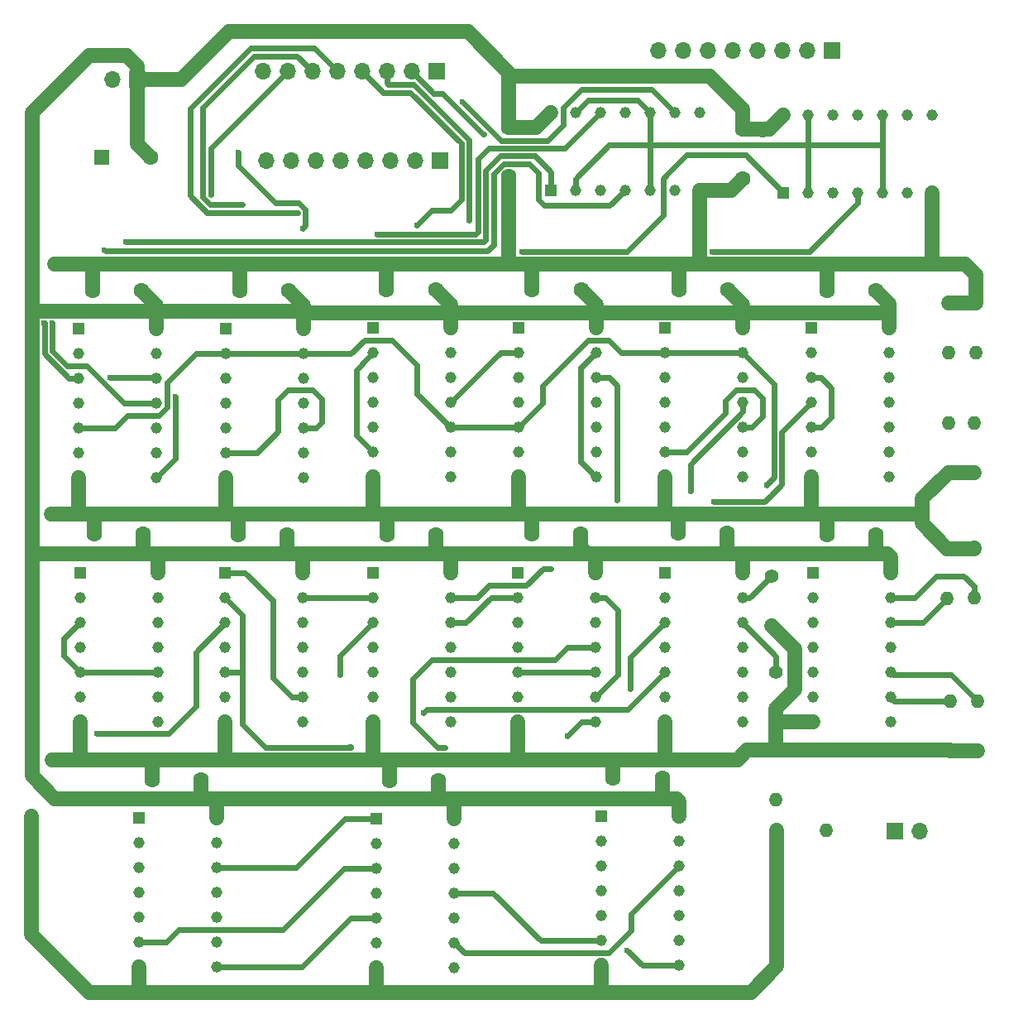
<source format=gtl>
G04 #@! TF.GenerationSoftware,KiCad,Pcbnew,6.0.11*
G04 #@! TF.CreationDate,2023-02-03T23:15:02+03:00*
G04 #@! TF.ProjectId,sum-diff-device,73756d2d-6469-4666-962d-646576696365,rev?*
G04 #@! TF.SameCoordinates,Original*
G04 #@! TF.FileFunction,Copper,L1,Top*
G04 #@! TF.FilePolarity,Positive*
%FSLAX46Y46*%
G04 Gerber Fmt 4.6, Leading zero omitted, Abs format (unit mm)*
G04 Created by KiCad (PCBNEW 6.0.11) date 2023-02-03 23:15:02*
%MOMM*%
%LPD*%
G01*
G04 APERTURE LIST*
G04 #@! TA.AperFunction,ComponentPad*
%ADD10C,1.600000*%
G04 #@! TD*
G04 #@! TA.AperFunction,ComponentPad*
%ADD11R,1.170000X1.170000*%
G04 #@! TD*
G04 #@! TA.AperFunction,ComponentPad*
%ADD12C,1.170000*%
G04 #@! TD*
G04 #@! TA.AperFunction,ComponentPad*
%ADD13C,1.400000*%
G04 #@! TD*
G04 #@! TA.AperFunction,ComponentPad*
%ADD14O,1.400000X1.400000*%
G04 #@! TD*
G04 #@! TA.AperFunction,ComponentPad*
%ADD15R,1.700000X1.700000*%
G04 #@! TD*
G04 #@! TA.AperFunction,ComponentPad*
%ADD16O,1.700000X1.700000*%
G04 #@! TD*
G04 #@! TA.AperFunction,ComponentPad*
%ADD17R,1.600000X1.600000*%
G04 #@! TD*
G04 #@! TA.AperFunction,ViaPad*
%ADD18C,1.000000*%
G04 #@! TD*
G04 #@! TA.AperFunction,ViaPad*
%ADD19C,0.600000*%
G04 #@! TD*
G04 #@! TA.AperFunction,Conductor*
%ADD20C,1.500000*%
G04 #@! TD*
G04 #@! TA.AperFunction,Conductor*
%ADD21C,0.600000*%
G04 #@! TD*
G04 APERTURE END LIST*
D10*
X251130000Y-240340000D03*
X256130000Y-240340000D03*
D11*
X204752500Y-219330000D03*
D12*
X204752500Y-221870000D03*
X204752500Y-224410000D03*
X204752500Y-226950000D03*
X204752500Y-229490000D03*
X204752500Y-232030000D03*
X204752500Y-234570000D03*
X212692500Y-234570000D03*
X212692500Y-232030000D03*
X212692500Y-229490000D03*
X212692500Y-226950000D03*
X212692500Y-224410000D03*
X212692500Y-221870000D03*
X212692500Y-219330000D03*
D10*
X259460000Y-265320000D03*
X264460000Y-265320000D03*
D13*
X296420000Y-241810000D03*
D14*
X296420000Y-246890000D03*
D13*
X293940000Y-262500000D03*
D14*
X293940000Y-257420000D03*
D11*
X276870000Y-205447500D03*
D12*
X279410000Y-205447500D03*
X281950000Y-205447500D03*
X284490000Y-205447500D03*
X287030000Y-205447500D03*
X289570000Y-205447500D03*
X292110000Y-205447500D03*
X292110000Y-197507500D03*
X289570000Y-197507500D03*
X287030000Y-197507500D03*
X284490000Y-197507500D03*
X281950000Y-197507500D03*
X279410000Y-197507500D03*
X276870000Y-197507500D03*
D13*
X276060000Y-262470000D03*
D14*
X276060000Y-267550000D03*
D11*
X210930000Y-269390000D03*
D12*
X210930000Y-271930000D03*
X210930000Y-274470000D03*
X210930000Y-277010000D03*
X210930000Y-279550000D03*
X210930000Y-282090000D03*
X210930000Y-284630000D03*
X218870000Y-284630000D03*
X218870000Y-282090000D03*
X218870000Y-279550000D03*
X218870000Y-277010000D03*
X218870000Y-274470000D03*
X218870000Y-271930000D03*
X218870000Y-269390000D03*
D11*
X249742500Y-219280000D03*
D12*
X249742500Y-221820000D03*
X249742500Y-224360000D03*
X249742500Y-226900000D03*
X249742500Y-229440000D03*
X249742500Y-231980000D03*
X249742500Y-234520000D03*
X257682500Y-234520000D03*
X257682500Y-231980000D03*
X257682500Y-229440000D03*
X257682500Y-226900000D03*
X257682500Y-224360000D03*
X257682500Y-221820000D03*
X257682500Y-219280000D03*
D13*
X296770000Y-262550000D03*
D14*
X296770000Y-257470000D03*
D11*
X279892500Y-244330000D03*
D12*
X279892500Y-246870000D03*
X279892500Y-249410000D03*
X279892500Y-251950000D03*
X279892500Y-254490000D03*
X279892500Y-257030000D03*
X279892500Y-259570000D03*
X287832500Y-259570000D03*
X287832500Y-257030000D03*
X287832500Y-254490000D03*
X287832500Y-251950000D03*
X287832500Y-249410000D03*
X287832500Y-246870000D03*
X287832500Y-244330000D03*
D10*
X236310000Y-240400000D03*
X241310000Y-240400000D03*
X206290000Y-240370000D03*
X211290000Y-240370000D03*
D11*
X234842500Y-244330000D03*
D12*
X234842500Y-246870000D03*
X234842500Y-249410000D03*
X234842500Y-251950000D03*
X234842500Y-254490000D03*
X234842500Y-257030000D03*
X234842500Y-259570000D03*
X242782500Y-259570000D03*
X242782500Y-257030000D03*
X242782500Y-254490000D03*
X242782500Y-251950000D03*
X242782500Y-249410000D03*
X242782500Y-246870000D03*
X242782500Y-244330000D03*
D13*
X293640000Y-241830000D03*
D14*
X293640000Y-246910000D03*
D10*
X251160000Y-215400000D03*
X256160000Y-215400000D03*
D13*
X275640000Y-244620000D03*
D14*
X275640000Y-249700000D03*
D13*
X296600000Y-216710000D03*
D14*
X296600000Y-221790000D03*
D10*
X206200000Y-215470000D03*
X211200000Y-215470000D03*
D15*
X241345000Y-193030000D03*
D16*
X238805000Y-193030000D03*
X236265000Y-193030000D03*
X233725000Y-193030000D03*
X231185000Y-193030000D03*
X228645000Y-193030000D03*
X226105000Y-193030000D03*
X223565000Y-193030000D03*
D10*
X281380000Y-215440000D03*
X286380000Y-215440000D03*
D13*
X296450000Y-234070000D03*
D14*
X296450000Y-228990000D03*
D11*
X279780000Y-219280000D03*
D12*
X279780000Y-221820000D03*
X279780000Y-224360000D03*
X279780000Y-226900000D03*
X279780000Y-229440000D03*
X279780000Y-231980000D03*
X279780000Y-234520000D03*
X287720000Y-234520000D03*
X287720000Y-231980000D03*
X287720000Y-229440000D03*
X287720000Y-226900000D03*
X287720000Y-224360000D03*
X287720000Y-221820000D03*
X287720000Y-219280000D03*
D13*
X293810000Y-216700000D03*
D14*
X293810000Y-221780000D03*
D10*
X212270000Y-265520000D03*
X217270000Y-265520000D03*
D15*
X281845000Y-190860000D03*
D16*
X279305000Y-190860000D03*
X276765000Y-190860000D03*
X274225000Y-190860000D03*
X271685000Y-190860000D03*
X269145000Y-190860000D03*
X266605000Y-190860000D03*
X264065000Y-190860000D03*
D10*
X272710000Y-203980000D03*
X272710000Y-198980000D03*
D11*
X253050000Y-205200000D03*
D12*
X255590000Y-205200000D03*
X258130000Y-205200000D03*
X260670000Y-205200000D03*
X263210000Y-205200000D03*
X265750000Y-205200000D03*
X268290000Y-205200000D03*
X268290000Y-197260000D03*
X265750000Y-197260000D03*
X263210000Y-197260000D03*
X260670000Y-197260000D03*
X258130000Y-197260000D03*
X255590000Y-197260000D03*
X253050000Y-197260000D03*
D10*
X221210000Y-215440000D03*
X226210000Y-215440000D03*
X236260000Y-215370000D03*
X241260000Y-215370000D03*
D11*
X235240000Y-269450000D03*
D12*
X235240000Y-271990000D03*
X235240000Y-274530000D03*
X235240000Y-277070000D03*
X235240000Y-279610000D03*
X235240000Y-282150000D03*
X235240000Y-284690000D03*
X243180000Y-284690000D03*
X243180000Y-282150000D03*
X243180000Y-279610000D03*
X243180000Y-277070000D03*
X243180000Y-274530000D03*
X243180000Y-271990000D03*
X243180000Y-269450000D03*
D15*
X210720000Y-193880000D03*
D16*
X208180000Y-193880000D03*
D13*
X293760000Y-234050000D03*
D14*
X293760000Y-228970000D03*
D11*
X258240000Y-269220000D03*
D12*
X258240000Y-271760000D03*
X258240000Y-274300000D03*
X258240000Y-276840000D03*
X258240000Y-279380000D03*
X258240000Y-281920000D03*
X258240000Y-284460000D03*
X266180000Y-284460000D03*
X266180000Y-281920000D03*
X266180000Y-279380000D03*
X266180000Y-276840000D03*
X266180000Y-274300000D03*
X266180000Y-271760000D03*
X266180000Y-269220000D03*
D13*
X276220000Y-270610000D03*
D14*
X281300000Y-270610000D03*
D10*
X266160000Y-215350000D03*
X271160000Y-215350000D03*
X281370000Y-240420000D03*
X286370000Y-240420000D03*
X248780000Y-203790000D03*
X248780000Y-198790000D03*
D11*
X219780000Y-219330000D03*
D12*
X219780000Y-221870000D03*
X219780000Y-224410000D03*
X219780000Y-226950000D03*
X219780000Y-229490000D03*
X219780000Y-232030000D03*
X219780000Y-234570000D03*
X227720000Y-234570000D03*
X227720000Y-232030000D03*
X227720000Y-229490000D03*
X227720000Y-226950000D03*
X227720000Y-224410000D03*
X227720000Y-221870000D03*
X227720000Y-219330000D03*
D10*
X266070000Y-240250000D03*
X271070000Y-240250000D03*
D11*
X234842500Y-219280000D03*
D12*
X234842500Y-221820000D03*
X234842500Y-224360000D03*
X234842500Y-226900000D03*
X234842500Y-229440000D03*
X234842500Y-231980000D03*
X234842500Y-234520000D03*
X242782500Y-234520000D03*
X242782500Y-231980000D03*
X242782500Y-229440000D03*
X242782500Y-226900000D03*
X242782500Y-224360000D03*
X242782500Y-221820000D03*
X242782500Y-219280000D03*
D11*
X219730000Y-244330000D03*
D12*
X219730000Y-246870000D03*
X219730000Y-249410000D03*
X219730000Y-251950000D03*
X219730000Y-254490000D03*
X219730000Y-257030000D03*
X219730000Y-259570000D03*
X227670000Y-259570000D03*
X227670000Y-257030000D03*
X227670000Y-254490000D03*
X227670000Y-251950000D03*
X227670000Y-249410000D03*
X227670000Y-246870000D03*
X227670000Y-244330000D03*
D15*
X241685000Y-202120000D03*
D16*
X239145000Y-202120000D03*
X236605000Y-202120000D03*
X234065000Y-202120000D03*
X231525000Y-202120000D03*
X228985000Y-202120000D03*
X226445000Y-202120000D03*
X223905000Y-202120000D03*
D13*
X276110000Y-254450000D03*
D14*
X276110000Y-259530000D03*
D11*
X264792500Y-219280000D03*
D12*
X264792500Y-221820000D03*
X264792500Y-224360000D03*
X264792500Y-226900000D03*
X264792500Y-229440000D03*
X264792500Y-231980000D03*
X264792500Y-234520000D03*
X272732500Y-234520000D03*
X272732500Y-231980000D03*
X272732500Y-229440000D03*
X272732500Y-226900000D03*
X272732500Y-224360000D03*
X272732500Y-221820000D03*
X272732500Y-219280000D03*
D15*
X288260000Y-270705000D03*
D16*
X290800000Y-270705000D03*
D17*
X207097349Y-201820000D03*
D10*
X212097349Y-201820000D03*
X221050000Y-240410000D03*
X226050000Y-240410000D03*
X236540000Y-265530000D03*
X241540000Y-265530000D03*
D11*
X264730000Y-244330000D03*
D12*
X264730000Y-246870000D03*
X264730000Y-249410000D03*
X264730000Y-251950000D03*
X264730000Y-254490000D03*
X264730000Y-257030000D03*
X264730000Y-259570000D03*
X272670000Y-259570000D03*
X272670000Y-257030000D03*
X272670000Y-254490000D03*
X272670000Y-251950000D03*
X272670000Y-249410000D03*
X272670000Y-246870000D03*
X272670000Y-244330000D03*
D11*
X204880000Y-244280000D03*
D12*
X204880000Y-246820000D03*
X204880000Y-249360000D03*
X204880000Y-251900000D03*
X204880000Y-254440000D03*
X204880000Y-256980000D03*
X204880000Y-259520000D03*
X212820000Y-259520000D03*
X212820000Y-256980000D03*
X212820000Y-254440000D03*
X212820000Y-251900000D03*
X212820000Y-249360000D03*
X212820000Y-246820000D03*
X212820000Y-244280000D03*
D11*
X249680000Y-244280000D03*
D12*
X249680000Y-246820000D03*
X249680000Y-249360000D03*
X249680000Y-251900000D03*
X249680000Y-254440000D03*
X249680000Y-256980000D03*
X249680000Y-259520000D03*
X257620000Y-259520000D03*
X257620000Y-256980000D03*
X257620000Y-254440000D03*
X257620000Y-251900000D03*
X257620000Y-249360000D03*
X257620000Y-246820000D03*
X257620000Y-244280000D03*
D18*
X201900000Y-238300000D03*
X199890000Y-269210000D03*
X202240000Y-212730000D03*
X202060000Y-263420000D03*
D19*
X275129418Y-235320082D03*
X201209500Y-218779500D03*
X209569315Y-210469315D03*
X214640000Y-226290000D03*
X207350000Y-211269315D03*
X202010000Y-218790000D03*
X207910000Y-224330000D03*
X227639668Y-209080332D03*
X244010685Y-196169315D03*
X221080000Y-201300000D03*
X232610000Y-262140000D03*
X235330000Y-209669815D03*
X253110000Y-243860000D03*
X250090000Y-211480000D03*
X269540000Y-211450000D03*
X259860000Y-236880000D03*
X267370000Y-235970000D03*
X269750000Y-237050000D03*
X206560000Y-260780000D03*
X231490000Y-254700000D03*
X254760000Y-261000000D03*
X242270000Y-262180000D03*
X261220000Y-256150000D03*
X260880000Y-282900000D03*
X246170000Y-199439336D03*
X240000000Y-258650000D03*
X244680000Y-208230000D03*
X239329500Y-208770500D03*
X227140000Y-207450000D03*
X221520000Y-206650000D03*
X218270000Y-205610000D03*
D20*
X221310000Y-212730000D02*
X236720000Y-212730000D01*
X212670000Y-263430000D02*
X219740000Y-263430000D01*
X236720000Y-212730000D02*
X248630000Y-212730000D01*
X219740000Y-263430000D02*
X219730000Y-263420000D01*
X272170000Y-263430000D02*
X273130000Y-262470000D01*
X296430000Y-234050000D02*
X296450000Y-234070000D01*
X251350000Y-212730000D02*
X251160000Y-212920000D01*
X279852500Y-259530000D02*
X279892500Y-259570000D01*
X264600000Y-238300000D02*
X266400000Y-238300000D01*
X259460000Y-263950000D02*
X259460000Y-265320000D01*
X234970000Y-238300000D02*
X236400000Y-238300000D01*
X206290000Y-238400000D02*
X206290000Y-240370000D01*
X201900000Y-238300000D02*
X204610000Y-238300000D01*
X258940000Y-263430000D02*
X259460000Y-263950000D01*
X266400000Y-238300000D02*
X279580000Y-238300000D01*
X205000000Y-263430000D02*
X204880000Y-263310000D01*
X293760000Y-234050000D02*
X296430000Y-234050000D01*
X206190000Y-238300000D02*
X206290000Y-238400000D01*
X205000000Y-263430000D02*
X212670000Y-263430000D01*
X212270000Y-263830000D02*
X212270000Y-265520000D01*
X276060000Y-262470000D02*
X276060000Y-259580000D01*
X236310000Y-238390000D02*
X236310000Y-240400000D01*
X276110000Y-259530000D02*
X276110000Y-258190000D01*
X296600000Y-216710000D02*
X293820000Y-216710000D01*
X291090000Y-238300000D02*
X291110000Y-238320000D01*
X276060000Y-262470000D02*
X293910000Y-262470000D01*
X219730000Y-263420000D02*
X219730000Y-259570000D01*
X292110000Y-212720000D02*
X292110000Y-205447500D01*
X291110000Y-238320000D02*
X291110000Y-236700000D01*
X199890000Y-281280000D02*
X205830000Y-287220000D01*
X295470000Y-212730000D02*
X296600000Y-213860000D01*
X234842500Y-238172500D02*
X234842500Y-234520000D01*
X276060000Y-259580000D02*
X276110000Y-259530000D01*
X250990000Y-238300000D02*
X264600000Y-238300000D01*
X220630000Y-238300000D02*
X234970000Y-238300000D01*
X293640000Y-241830000D02*
X296400000Y-241830000D01*
X268230000Y-212730000D02*
X281160000Y-212730000D01*
X268290000Y-205200000D02*
X271490000Y-205200000D01*
X292120000Y-212730000D02*
X295470000Y-212730000D01*
X251160000Y-212920000D02*
X251160000Y-215400000D01*
X276110000Y-259530000D02*
X279852500Y-259530000D01*
X221210000Y-212830000D02*
X221210000Y-215440000D01*
X291090000Y-238300000D02*
X291090000Y-239280000D01*
X248630000Y-212730000D02*
X248780000Y-212580000D01*
X266330000Y-212730000D02*
X266160000Y-212900000D01*
X258150000Y-287220000D02*
X258240000Y-287130000D01*
X235240000Y-286880000D02*
X235240000Y-284690000D01*
X248630000Y-212730000D02*
X251350000Y-212730000D01*
X235580000Y-287220000D02*
X235240000Y-286880000D01*
X279580000Y-238300000D02*
X281670000Y-238300000D01*
X221050000Y-238720000D02*
X221050000Y-240410000D01*
X210590000Y-287220000D02*
X235580000Y-287220000D01*
X268290000Y-212670000D02*
X268290000Y-205200000D01*
X204880000Y-263310000D02*
X204880000Y-259520000D01*
X221310000Y-212730000D02*
X221210000Y-212830000D01*
X273130000Y-262470000D02*
X276060000Y-262470000D01*
X204610000Y-238300000D02*
X206190000Y-238300000D01*
X204752500Y-238157500D02*
X204752500Y-234570000D01*
X219780000Y-238300000D02*
X219780000Y-234570000D01*
X264390000Y-263430000D02*
X264730000Y-263090000D01*
X210930000Y-286880000D02*
X210930000Y-284630000D01*
X235040000Y-263430000D02*
X237050000Y-263430000D01*
X279780000Y-238100000D02*
X279780000Y-234520000D01*
X276220000Y-284560000D02*
X276220000Y-270610000D01*
X258940000Y-263430000D02*
X264390000Y-263430000D01*
X234842500Y-263232500D02*
X234842500Y-259570000D01*
X205830000Y-287220000D02*
X210590000Y-287220000D01*
X202240000Y-212730000D02*
X206450000Y-212730000D01*
X273560000Y-287220000D02*
X276220000Y-284560000D01*
X296400000Y-241830000D02*
X296420000Y-241810000D01*
X264600000Y-238300000D02*
X264792500Y-238107500D01*
X293820000Y-216710000D02*
X293810000Y-216700000D01*
X206190000Y-238300000D02*
X219780000Y-238300000D01*
X281160000Y-212730000D02*
X281380000Y-212950000D01*
X236720000Y-212730000D02*
X236260000Y-213190000D01*
X249750000Y-263430000D02*
X258940000Y-263430000D01*
X206450000Y-212730000D02*
X221310000Y-212730000D01*
X264390000Y-263430000D02*
X272170000Y-263430000D01*
X219780000Y-238300000D02*
X220630000Y-238300000D01*
X291090000Y-239280000D02*
X293640000Y-241830000D01*
X296600000Y-213860000D02*
X296600000Y-216710000D01*
X249680000Y-263360000D02*
X249680000Y-259520000D01*
X249700000Y-238300000D02*
X250990000Y-238300000D01*
X250990000Y-238300000D02*
X251130000Y-238440000D01*
X271490000Y-205200000D02*
X272710000Y-203980000D01*
X266330000Y-212730000D02*
X268230000Y-212730000D01*
X278080000Y-256220000D02*
X278080000Y-252140000D01*
X276110000Y-258190000D02*
X278080000Y-256220000D01*
X210590000Y-287220000D02*
X210930000Y-286880000D01*
X236260000Y-213190000D02*
X236260000Y-215370000D01*
X219740000Y-263430000D02*
X235040000Y-263430000D01*
X266070000Y-238630000D02*
X266070000Y-240250000D01*
X291110000Y-236700000D02*
X293760000Y-234050000D01*
X266400000Y-238300000D02*
X266070000Y-238630000D01*
X234970000Y-238300000D02*
X234842500Y-238172500D01*
X292120000Y-212730000D02*
X292110000Y-212720000D01*
X235040000Y-263430000D02*
X234842500Y-263232500D01*
X199890000Y-269210000D02*
X199890000Y-281280000D01*
X281380000Y-212950000D02*
X281380000Y-215440000D01*
X264792500Y-238107500D02*
X264792500Y-234520000D01*
X264730000Y-263090000D02*
X264730000Y-259570000D01*
X212670000Y-263430000D02*
X212270000Y-263830000D01*
X236400000Y-238300000D02*
X236310000Y-238390000D01*
X204610000Y-238300000D02*
X204752500Y-238157500D01*
X293940000Y-262500000D02*
X296720000Y-262500000D01*
X281370000Y-238600000D02*
X281370000Y-240420000D01*
X206200000Y-212980000D02*
X206200000Y-215470000D01*
X296720000Y-262500000D02*
X296770000Y-262550000D01*
X279580000Y-238300000D02*
X279780000Y-238100000D01*
X249700000Y-238300000D02*
X249742500Y-238257500D01*
X266160000Y-212900000D02*
X266160000Y-215350000D01*
X235580000Y-287220000D02*
X258150000Y-287220000D01*
X236400000Y-238300000D02*
X249700000Y-238300000D01*
X202050000Y-263430000D02*
X205000000Y-263430000D01*
X248780000Y-212580000D02*
X248780000Y-203790000D01*
X281160000Y-212730000D02*
X292120000Y-212730000D01*
X237050000Y-263430000D02*
X249750000Y-263430000D01*
X249742500Y-238257500D02*
X249742500Y-234520000D01*
X258150000Y-287220000D02*
X273560000Y-287220000D01*
X251130000Y-238440000D02*
X251130000Y-240340000D01*
X251350000Y-212730000D02*
X266330000Y-212730000D01*
X206450000Y-212730000D02*
X206200000Y-212980000D01*
X281670000Y-238300000D02*
X291090000Y-238300000D01*
X258240000Y-287130000D02*
X258240000Y-284460000D01*
X268230000Y-212730000D02*
X268290000Y-212670000D01*
X281670000Y-238300000D02*
X281370000Y-238600000D01*
X220630000Y-238300000D02*
X221050000Y-238720000D01*
X249750000Y-263430000D02*
X249680000Y-263360000D01*
X237050000Y-263430000D02*
X236540000Y-263940000D01*
X278080000Y-252140000D02*
X275640000Y-249700000D01*
X236540000Y-263940000D02*
X236540000Y-265530000D01*
X293910000Y-262470000D02*
X293940000Y-262500000D01*
X220140000Y-188980000D02*
X244570000Y-188980000D01*
X257682500Y-216922500D02*
X256160000Y-215400000D01*
X275397500Y-198980000D02*
X276870000Y-197507500D01*
X257620000Y-242530000D02*
X257790000Y-242360000D01*
X209620000Y-191370000D02*
X205840000Y-191370000D01*
X272732500Y-216922500D02*
X271160000Y-215350000D01*
X257682500Y-219280000D02*
X257682500Y-218167500D01*
X226050000Y-242180000D02*
X225870000Y-242360000D01*
X286200000Y-242360000D02*
X287500000Y-242360000D01*
X243180000Y-269450000D02*
X243180000Y-267510000D01*
X257790000Y-242360000D02*
X271030000Y-242360000D01*
X242782500Y-244330000D02*
X242782500Y-242647500D01*
X272450000Y-242360000D02*
X286200000Y-242360000D01*
X242782500Y-216892500D02*
X241260000Y-215370000D01*
X212465000Y-217530000D02*
X212692500Y-217302500D01*
X248780000Y-195040000D02*
X248780000Y-198790000D01*
X228010000Y-242360000D02*
X241590000Y-242360000D01*
X227420000Y-217530000D02*
X227720000Y-217830000D01*
X227670000Y-244330000D02*
X227670000Y-242700000D01*
X265960000Y-267430000D02*
X266180000Y-267650000D01*
X257620000Y-244280000D02*
X257620000Y-242530000D01*
X272670000Y-244330000D02*
X272670000Y-242580000D01*
X212692500Y-216962500D02*
X211200000Y-215470000D01*
X248780000Y-193190000D02*
X248780000Y-195040000D01*
X215240000Y-193880000D02*
X220140000Y-188980000D01*
X199960000Y-217530000D02*
X199960000Y-242360000D01*
X211290000Y-242300000D02*
X211350000Y-242360000D01*
X257260000Y-217745000D02*
X257682500Y-218167500D01*
X256130000Y-240340000D02*
X256130000Y-241710000D01*
X244570000Y-188980000D02*
X248780000Y-193190000D01*
X227720000Y-219330000D02*
X227720000Y-217830000D01*
X286370000Y-242190000D02*
X286200000Y-242360000D01*
X210720000Y-192470000D02*
X209620000Y-191370000D01*
X212820000Y-244280000D02*
X212820000Y-242450000D01*
X227720000Y-217830000D02*
X227720000Y-216950000D01*
X256005000Y-217745000D02*
X270845000Y-217745000D01*
X243070000Y-242360000D02*
X256780000Y-242360000D01*
X216960000Y-267430000D02*
X219300000Y-267430000D01*
X274772651Y-199052651D02*
X274700000Y-198980000D01*
X210720000Y-193880000D02*
X210720000Y-200442651D01*
X287720000Y-219280000D02*
X287720000Y-217810000D01*
X210720000Y-200442651D02*
X212097349Y-201820000D01*
X227805000Y-217745000D02*
X242300000Y-217745000D01*
X274700000Y-198980000D02*
X272710000Y-198980000D01*
X210720000Y-193880000D02*
X215240000Y-193880000D01*
X248780000Y-198790000D02*
X251520000Y-198790000D01*
X270845000Y-217745000D02*
X287655000Y-217745000D01*
X241310000Y-240400000D02*
X241310000Y-242080000D01*
X199960000Y-265100000D02*
X202290000Y-267430000D01*
X242782500Y-242647500D02*
X243070000Y-242360000D01*
X242300000Y-217745000D02*
X242782500Y-218227500D01*
X199960000Y-242360000D02*
X211350000Y-242360000D01*
X211350000Y-242360000D02*
X212910000Y-242360000D01*
X287510000Y-242350000D02*
X287832500Y-242672500D01*
X270845000Y-217745000D02*
X272545000Y-217745000D01*
X217270000Y-267120000D02*
X216960000Y-267430000D01*
X212692500Y-217302500D02*
X212692500Y-216962500D01*
X219300000Y-267430000D02*
X241730000Y-267430000D01*
X199960000Y-242360000D02*
X199960000Y-265100000D01*
X274700000Y-198980000D02*
X275397500Y-198980000D01*
X287720000Y-216780000D02*
X286380000Y-215440000D01*
X272670000Y-242580000D02*
X272450000Y-242360000D01*
X199960000Y-213840000D02*
X199960000Y-217530000D01*
X286370000Y-240420000D02*
X286370000Y-242190000D01*
X199960000Y-197250000D02*
X199960000Y-211630000D01*
X242782500Y-218227500D02*
X242782500Y-216892500D01*
X248480000Y-192960000D02*
X249060000Y-193540000D01*
X256130000Y-241710000D02*
X256780000Y-242360000D01*
X202290000Y-267430000D02*
X216960000Y-267430000D01*
X227720000Y-216950000D02*
X226210000Y-215440000D01*
X211290000Y-240370000D02*
X211290000Y-242300000D01*
X226050000Y-240410000D02*
X226050000Y-242180000D01*
X227670000Y-242700000D02*
X228010000Y-242360000D01*
X243100000Y-267430000D02*
X264760000Y-267430000D01*
X241310000Y-242080000D02*
X241590000Y-242360000D01*
X264460000Y-265320000D02*
X264460000Y-267130000D01*
X287655000Y-217745000D02*
X287720000Y-217810000D01*
X218870000Y-269390000D02*
X218870000Y-267860000D01*
X199960000Y-211630000D02*
X199960000Y-213840000D01*
X249060000Y-193540000D02*
X269310000Y-193540000D01*
X272732500Y-217932500D02*
X272732500Y-216922500D01*
X251520000Y-198790000D02*
X253050000Y-197260000D01*
X271070000Y-240250000D02*
X271070000Y-242320000D01*
X217270000Y-265520000D02*
X217270000Y-267120000D01*
X242782500Y-219280000D02*
X242782500Y-218227500D01*
X287832500Y-242672500D02*
X287832500Y-244330000D01*
X272545000Y-217745000D02*
X272732500Y-217932500D01*
X218870000Y-267860000D02*
X219300000Y-267430000D01*
X212692500Y-219330000D02*
X212692500Y-217302500D01*
X264460000Y-267130000D02*
X264760000Y-267430000D01*
X212465000Y-217530000D02*
X227420000Y-217530000D01*
X257682500Y-218167500D02*
X257682500Y-216922500D01*
X241590000Y-242360000D02*
X243070000Y-242360000D01*
X242300000Y-217745000D02*
X256005000Y-217745000D01*
X225870000Y-242360000D02*
X228010000Y-242360000D01*
X272710000Y-196940000D02*
X272710000Y-198980000D01*
X256780000Y-242360000D02*
X257790000Y-242360000D01*
X227720000Y-217830000D02*
X227805000Y-217745000D01*
X264760000Y-267430000D02*
X265960000Y-267430000D01*
X212820000Y-242450000D02*
X212910000Y-242360000D01*
X271070000Y-242320000D02*
X271030000Y-242360000D01*
X287720000Y-217810000D02*
X287720000Y-216780000D01*
X272732500Y-219280000D02*
X272732500Y-217932500D01*
X241540000Y-267240000D02*
X241730000Y-267430000D01*
X212910000Y-242360000D02*
X225870000Y-242360000D01*
X205840000Y-191370000D02*
X199960000Y-197250000D01*
X266180000Y-267650000D02*
X266180000Y-269220000D01*
X256005000Y-217745000D02*
X257260000Y-217745000D01*
X243180000Y-267510000D02*
X243100000Y-267430000D01*
X271030000Y-242360000D02*
X272450000Y-242360000D01*
X210720000Y-193880000D02*
X210720000Y-192470000D01*
X287500000Y-242360000D02*
X287510000Y-242350000D01*
X199960000Y-217530000D02*
X212465000Y-217530000D01*
X241540000Y-265530000D02*
X241540000Y-267240000D01*
X269310000Y-193540000D02*
X272710000Y-196940000D01*
X241730000Y-267430000D02*
X243100000Y-267430000D01*
D21*
X213777500Y-227399422D02*
X213777500Y-224862500D01*
X239380000Y-223030000D02*
X239380000Y-226037500D01*
X227720000Y-221870000D02*
X232600000Y-221870000D01*
X249742500Y-229440000D02*
X252180000Y-227002500D01*
X242782500Y-229440000D02*
X249742500Y-229440000D01*
X236840000Y-220490000D02*
X239380000Y-223030000D01*
X204752500Y-229490000D02*
X208480000Y-229490000D01*
X275920000Y-234529500D02*
X275920000Y-225007500D01*
X252180000Y-225200000D02*
X256850000Y-220530000D01*
X260270000Y-221820000D02*
X264792500Y-221820000D01*
X213777500Y-224862500D02*
X216770000Y-221870000D01*
X256850000Y-220530000D02*
X258980000Y-220530000D01*
X275129418Y-235320082D02*
X275920000Y-234529500D01*
X219780000Y-221870000D02*
X227720000Y-221870000D01*
X212966922Y-228210000D02*
X213777500Y-227399422D01*
X252180000Y-227002500D02*
X252180000Y-225200000D01*
X232600000Y-221870000D02*
X233980000Y-220490000D01*
X239380000Y-226037500D02*
X242782500Y-229440000D01*
X233980000Y-220490000D02*
X236840000Y-220490000D01*
X216770000Y-221870000D02*
X219780000Y-221870000D01*
X264792500Y-221820000D02*
X272732500Y-221820000D01*
X209760000Y-228210000D02*
X212966922Y-228210000D01*
X258980000Y-220530000D02*
X260270000Y-221820000D01*
X208480000Y-229490000D02*
X209760000Y-228210000D01*
X275920000Y-225007500D02*
X272732500Y-221820000D01*
X272670000Y-249410000D02*
X276110000Y-252850000D01*
X276110000Y-252850000D02*
X276110000Y-254450000D01*
X273390000Y-246870000D02*
X275640000Y-244620000D01*
X272670000Y-246870000D02*
X273390000Y-246870000D01*
X292550000Y-244640000D02*
X295350000Y-244640000D01*
X290320000Y-246870000D02*
X292550000Y-244640000D01*
X296420000Y-245710000D02*
X296420000Y-246890000D01*
X287832500Y-246870000D02*
X290320000Y-246870000D01*
X295350000Y-244640000D02*
X296420000Y-245710000D01*
X291140000Y-249410000D02*
X293640000Y-246910000D01*
X287832500Y-249410000D02*
X291140000Y-249410000D01*
X294070000Y-254770000D02*
X288112500Y-254770000D01*
X296770000Y-257470000D02*
X294070000Y-254770000D01*
X288112500Y-254770000D02*
X287832500Y-254490000D01*
X293940000Y-257420000D02*
X288222500Y-257420000D01*
X288222500Y-257420000D02*
X287832500Y-257030000D01*
X246410000Y-203148630D02*
X247868630Y-201690000D01*
X253050000Y-203320000D02*
X253050000Y-205200000D01*
X251420000Y-201690000D02*
X253050000Y-203320000D01*
X209569315Y-210469315D02*
X246250685Y-210469315D01*
X203700000Y-224410000D02*
X204752500Y-224410000D01*
X201210000Y-218780000D02*
X201210000Y-221920000D01*
X246250685Y-210469315D02*
X246410000Y-210310000D01*
X247868630Y-201690000D02*
X251420000Y-201690000D01*
X246410000Y-210310000D02*
X246410000Y-203148630D01*
X201209500Y-218779500D02*
X201210000Y-218780000D01*
X201210000Y-221920000D02*
X203700000Y-224410000D01*
X214640000Y-226290000D02*
X214640000Y-232622500D01*
X214640000Y-232622500D02*
X212692500Y-234570000D01*
X251840000Y-203430000D02*
X251840000Y-206160000D01*
X212692500Y-226950000D02*
X209360000Y-226950000D01*
X251840000Y-206160000D02*
X252430000Y-206750000D01*
X207350000Y-211269315D02*
X207500685Y-211420000D01*
X252430000Y-206750000D02*
X259120000Y-206750000D01*
X259120000Y-206750000D02*
X260670000Y-205200000D01*
X209360000Y-226950000D02*
X206860000Y-224450000D01*
X250900000Y-202490000D02*
X251840000Y-203430000D01*
X247210000Y-203480000D02*
X248200000Y-202490000D01*
X202010000Y-221588630D02*
X202010000Y-218790000D01*
X207500685Y-211420000D02*
X246590000Y-211420000D01*
X204140000Y-223130000D02*
X203551370Y-223130000D01*
X202040685Y-221619315D02*
X202010000Y-221588630D01*
X247210000Y-210800000D02*
X247210000Y-203480000D01*
X206860000Y-224450000D02*
X205540000Y-223130000D01*
X248200000Y-202490000D02*
X250900000Y-202490000D01*
X203551370Y-223130000D02*
X202040685Y-221619315D01*
X246590000Y-211420000D02*
X247210000Y-210800000D01*
X205540000Y-223130000D02*
X204140000Y-223130000D01*
X203200000Y-251040000D02*
X204880000Y-249360000D01*
X212612500Y-224330000D02*
X212692500Y-224410000D01*
X203200000Y-252760000D02*
X203200000Y-251040000D01*
X212820000Y-254440000D02*
X204880000Y-254440000D01*
X207910000Y-224330000D02*
X212612500Y-224330000D01*
X204880000Y-254440000D02*
X203200000Y-252760000D01*
X226150000Y-225630000D02*
X228690000Y-225630000D01*
X222980000Y-232030000D02*
X225130000Y-229880000D01*
X229610000Y-228940000D02*
X229060000Y-229490000D01*
X228690000Y-225630000D02*
X229610000Y-226550000D01*
X219780000Y-232030000D02*
X222980000Y-232030000D01*
X229060000Y-229490000D02*
X227720000Y-229490000D01*
X229610000Y-226550000D02*
X229610000Y-228940000D01*
X225130000Y-229880000D02*
X225130000Y-226650000D01*
X225130000Y-226650000D02*
X226150000Y-225630000D01*
X256170000Y-194910000D02*
X254350000Y-196730000D01*
X265750000Y-197260000D02*
X263400000Y-194910000D01*
X227639668Y-209080332D02*
X227940000Y-208780000D01*
X263400000Y-194910000D02*
X256170000Y-194910000D01*
X254350000Y-198510000D02*
X252770000Y-200090000D01*
X224890000Y-206460000D02*
X221080000Y-202650000D01*
X227940000Y-207118629D02*
X227281371Y-206460000D01*
X246501371Y-198639336D02*
X246480706Y-198639336D01*
X227940000Y-208780000D02*
X227940000Y-207118629D01*
X227281371Y-206460000D02*
X224890000Y-206460000D01*
X247952035Y-200090000D02*
X246501371Y-198639336D01*
X252770000Y-200090000D02*
X247952035Y-200090000D01*
X254350000Y-196730000D02*
X254350000Y-198510000D01*
X246480706Y-198639336D02*
X245290000Y-197448630D01*
X245290000Y-197448630D02*
X244010685Y-196169315D01*
X221080000Y-202650000D02*
X221080000Y-201300000D01*
X219730000Y-254490000D02*
X221360000Y-254490000D01*
X223850000Y-262180000D02*
X221480000Y-259810000D01*
X219730000Y-246870000D02*
X221480000Y-248620000D01*
X221480000Y-248620000D02*
X221480000Y-252740000D01*
X221360000Y-254490000D02*
X221480000Y-254610000D01*
X221480000Y-259810000D02*
X221480000Y-254610000D01*
X232610000Y-262140000D02*
X232570000Y-262180000D01*
X232570000Y-262180000D02*
X223850000Y-262180000D01*
X221480000Y-252740000D02*
X221480000Y-254610000D01*
X227670000Y-246870000D02*
X234842500Y-246870000D01*
X233170000Y-230307500D02*
X234842500Y-231980000D01*
X233780000Y-222882500D02*
X233780000Y-223000000D01*
X233170000Y-223610000D02*
X233170000Y-230307500D01*
X234842500Y-221820000D02*
X233780000Y-222882500D01*
X233780000Y-223000000D02*
X233170000Y-223610000D01*
X235330500Y-209669315D02*
X245340685Y-209669315D01*
X254500000Y-200890000D02*
X258130000Y-197260000D01*
X246688630Y-200890000D02*
X254500000Y-200890000D01*
X245610000Y-201968630D02*
X246688630Y-200890000D01*
X245610000Y-209400000D02*
X245610000Y-201968630D01*
X235330000Y-209669815D02*
X235330500Y-209669315D01*
X245340685Y-209669315D02*
X245610000Y-209400000D01*
X242782500Y-226900000D02*
X247702500Y-221980000D01*
X247780000Y-221980000D02*
X247940000Y-221820000D01*
X247702500Y-221980000D02*
X247780000Y-221980000D01*
X247940000Y-221820000D02*
X249742500Y-221820000D01*
X250570000Y-245610000D02*
X246760000Y-245610000D01*
X245500000Y-246870000D02*
X242782500Y-246870000D01*
X253110000Y-243860000D02*
X252320000Y-243860000D01*
X246760000Y-245610000D02*
X245500000Y-246870000D01*
X252320000Y-243860000D02*
X250570000Y-245610000D01*
X261500000Y-210800000D02*
X260820000Y-211480000D01*
X264940000Y-203630000D02*
X264550000Y-204020000D01*
X260820000Y-211480000D02*
X253940000Y-211480000D01*
X264550000Y-207750000D02*
X261500000Y-210800000D01*
X266970000Y-201600000D02*
X264940000Y-203630000D01*
X253940000Y-211480000D02*
X250090000Y-211480000D01*
X273022500Y-201600000D02*
X272020000Y-201600000D01*
X264550000Y-205270000D02*
X264550000Y-207750000D01*
X272020000Y-201600000D02*
X266970000Y-201600000D01*
X276870000Y-205447500D02*
X273022500Y-201600000D01*
X264550000Y-204020000D02*
X264550000Y-205270000D01*
X249680000Y-246820000D02*
X246970000Y-246820000D01*
X244380000Y-249410000D02*
X242782500Y-249410000D01*
X246970000Y-246820000D02*
X244380000Y-249410000D01*
X256150000Y-223352500D02*
X256150000Y-232987500D01*
X257682500Y-221820000D02*
X256150000Y-223352500D01*
X256150000Y-232987500D02*
X257682500Y-234520000D01*
X284490000Y-205447500D02*
X284490000Y-206490000D01*
X281940000Y-209040000D02*
X279530000Y-211450000D01*
X284490000Y-206490000D02*
X281940000Y-209040000D01*
X279530000Y-211450000D02*
X269540000Y-211450000D01*
X259860000Y-236880000D02*
X259870000Y-236870000D01*
X259040000Y-224360000D02*
X257682500Y-224360000D01*
X259870000Y-236870000D02*
X259870000Y-225190000D01*
X259870000Y-225190000D02*
X259040000Y-224360000D01*
X257620000Y-254440000D02*
X249680000Y-254440000D01*
X259900000Y-254700000D02*
X257620000Y-256980000D01*
X259900000Y-248100000D02*
X259900000Y-254700000D01*
X258620000Y-246820000D02*
X259900000Y-248100000D01*
X257620000Y-246820000D02*
X258620000Y-246820000D01*
X274780000Y-226490000D02*
X274780000Y-228330000D01*
X274780000Y-228330000D02*
X273670000Y-229440000D01*
X273670000Y-229440000D02*
X272732500Y-229440000D01*
X266920000Y-231980000D02*
X270900000Y-228000000D01*
X273870000Y-225580000D02*
X274780000Y-226490000D01*
X270900000Y-226680000D02*
X272000000Y-225580000D01*
X264792500Y-231980000D02*
X266920000Y-231980000D01*
X272000000Y-225580000D02*
X273870000Y-225580000D01*
X270900000Y-228000000D02*
X270900000Y-226680000D01*
X267370000Y-233200000D02*
X267370000Y-235970000D01*
X272732500Y-227837500D02*
X267370000Y-233200000D01*
X272732500Y-226900000D02*
X272732500Y-227837500D01*
X280770000Y-229440000D02*
X281770000Y-228440000D01*
X281770000Y-225400000D02*
X280730000Y-224360000D01*
X279780000Y-229440000D02*
X280770000Y-229440000D01*
X280730000Y-224360000D02*
X279780000Y-224360000D01*
X281770000Y-228440000D02*
X281770000Y-225400000D01*
X276720000Y-231320000D02*
X276720000Y-235260000D01*
X275570000Y-236410000D02*
X274930000Y-237050000D01*
X276720000Y-235260000D02*
X275570000Y-236410000D01*
X276720000Y-229960000D02*
X276720000Y-231320000D01*
X279780000Y-226900000D02*
X276720000Y-229960000D01*
X274930000Y-237050000D02*
X269750000Y-237050000D01*
X216730000Y-257980000D02*
X213930000Y-260780000D01*
X216730000Y-252410000D02*
X216730000Y-257980000D01*
X219730000Y-249410000D02*
X216730000Y-252410000D01*
X213930000Y-260780000D02*
X208310000Y-260780000D01*
X208310000Y-260780000D02*
X206560000Y-260780000D01*
X231490000Y-252762500D02*
X231490000Y-254700000D01*
X234842500Y-249410000D02*
X231490000Y-252762500D01*
X256240000Y-259520000D02*
X254760000Y-261000000D01*
X257620000Y-259520000D02*
X256240000Y-259520000D01*
X238930000Y-255130000D02*
X238930000Y-259650000D01*
X253510000Y-253170000D02*
X248800000Y-253170000D01*
X248800000Y-253170000D02*
X240890000Y-253170000D01*
X239530000Y-254530000D02*
X238930000Y-255130000D01*
X254780000Y-251900000D02*
X253910000Y-252770000D01*
X240890000Y-253170000D02*
X239530000Y-254530000D01*
X257620000Y-251900000D02*
X254780000Y-251900000D01*
X253910000Y-252770000D02*
X253510000Y-253170000D01*
X241460000Y-262180000D02*
X242270000Y-262180000D01*
X238930000Y-259650000D02*
X241460000Y-262180000D01*
X261220000Y-256150000D02*
X261220000Y-252920000D01*
X261220000Y-252920000D02*
X264730000Y-249410000D01*
X210930000Y-282090000D02*
X213690000Y-282090000D01*
X214960000Y-280820000D02*
X225610000Y-280820000D01*
X225610000Y-280820000D02*
X231900000Y-274530000D01*
X231900000Y-274530000D02*
X235240000Y-274530000D01*
X213690000Y-282090000D02*
X214960000Y-280820000D01*
X227550000Y-284630000D02*
X232570000Y-279610000D01*
X218870000Y-284630000D02*
X227550000Y-284630000D01*
X232570000Y-279610000D02*
X235240000Y-279610000D01*
X226980000Y-274470000D02*
X232000000Y-269450000D01*
X218870000Y-274470000D02*
X226980000Y-274470000D01*
X232000000Y-269450000D02*
X235240000Y-269450000D01*
X252010000Y-281920000D02*
X258240000Y-281920000D01*
X243180000Y-277070000D02*
X247160000Y-277070000D01*
X247160000Y-277070000D02*
X252010000Y-281920000D01*
X266180000Y-284460000D02*
X262440000Y-284460000D01*
X262440000Y-284460000D02*
X260880000Y-282900000D01*
X266180000Y-274300000D02*
X261310000Y-279170000D01*
X258970000Y-283210000D02*
X244240000Y-283210000D01*
X261310000Y-280870000D02*
X258970000Y-283210000D01*
X244240000Y-283210000D02*
X243180000Y-282150000D01*
X261310000Y-279170000D02*
X261310000Y-280870000D01*
X263250000Y-200590000D02*
X263210000Y-200630000D01*
X279410000Y-200670000D02*
X279410000Y-205447500D01*
X279410000Y-197507500D02*
X279410000Y-200510000D01*
X256900000Y-195950000D02*
X255590000Y-197260000D01*
X261940000Y-195990000D02*
X261940000Y-195950000D01*
X263250000Y-200590000D02*
X279330000Y-200590000D01*
X255590000Y-205200000D02*
X255590000Y-204020000D01*
X279410000Y-200510000D02*
X279330000Y-200590000D01*
X287000000Y-200590000D02*
X287030000Y-200560000D01*
X287030000Y-200560000D02*
X287030000Y-197507500D01*
X279330000Y-200590000D02*
X279410000Y-200670000D01*
X287030000Y-201150000D02*
X287030000Y-200560000D01*
X263210000Y-197260000D02*
X261940000Y-195990000D01*
X287030000Y-201150000D02*
X287030000Y-205447500D01*
X261940000Y-195950000D02*
X256900000Y-195950000D01*
X263210000Y-197260000D02*
X263210000Y-200550000D01*
X263210000Y-200550000D02*
X263250000Y-200590000D01*
X255590000Y-204020000D02*
X259020000Y-200590000D01*
X263210000Y-200630000D02*
X263210000Y-205200000D01*
X279330000Y-200590000D02*
X287000000Y-200590000D01*
X259020000Y-200590000D02*
X263250000Y-200590000D01*
X219730000Y-244330000D02*
X221770000Y-244330000D01*
X224580000Y-255040000D02*
X226570000Y-257030000D01*
X226570000Y-257030000D02*
X227670000Y-257030000D01*
X224580000Y-247140000D02*
X224580000Y-255040000D01*
X221770000Y-244330000D02*
X224580000Y-247140000D01*
X241990000Y-195280000D02*
X241055000Y-195280000D01*
X246170000Y-199439336D02*
X246149336Y-199439336D01*
X260950000Y-258270000D02*
X264730000Y-254490000D01*
X241055000Y-195280000D02*
X238805000Y-193030000D01*
X240380000Y-258270000D02*
X260950000Y-258270000D01*
X246149336Y-199439336D02*
X241990000Y-195280000D01*
X240000000Y-258650000D02*
X240380000Y-258270000D01*
X239023630Y-194380000D02*
X236414189Y-194380000D01*
X244680000Y-206471371D02*
X244690000Y-206461371D01*
X244690000Y-200046369D02*
X239023630Y-194380000D01*
X236414189Y-194380000D02*
X236265000Y-194230811D01*
X244680000Y-208230000D02*
X244680000Y-206471371D01*
X236265000Y-194230811D02*
X236265000Y-193030000D01*
X244690000Y-206461371D02*
X244690000Y-200046369D01*
X242790000Y-207230000D02*
X243890000Y-206130000D01*
X235875000Y-195180000D02*
X233725000Y-193030000D01*
X243890000Y-206130000D02*
X243890000Y-200377740D01*
X240870000Y-207230000D02*
X242790000Y-207230000D01*
X238692260Y-195180000D02*
X235875000Y-195180000D01*
X243890000Y-200377740D02*
X238692260Y-195180000D01*
X239329500Y-208770500D02*
X240870000Y-207230000D01*
X222330000Y-190680000D02*
X216150000Y-196860000D01*
X228835000Y-190680000D02*
X227410000Y-190680000D01*
X216150000Y-205752740D02*
X217847260Y-207450000D01*
X231185000Y-193030000D02*
X228835000Y-190680000D01*
X227410000Y-190680000D02*
X222330000Y-190680000D01*
X218680000Y-207450000D02*
X227140000Y-207450000D01*
X217847260Y-207450000D02*
X218680000Y-207450000D01*
X216150000Y-196860000D02*
X216150000Y-205752740D01*
X221520000Y-206650000D02*
X218178630Y-206650000D01*
X227095000Y-191480000D02*
X228645000Y-193030000D01*
X222690000Y-191480000D02*
X227095000Y-191480000D01*
X217450000Y-205921370D02*
X217450000Y-196720000D01*
X217450000Y-196720000D02*
X222690000Y-191480000D01*
X218178630Y-206650000D02*
X217450000Y-205921370D01*
X218250000Y-200885000D02*
X226105000Y-193030000D01*
X218270000Y-205610000D02*
X218250000Y-205590000D01*
X218250000Y-205590000D02*
X218250000Y-200885000D01*
M02*

</source>
